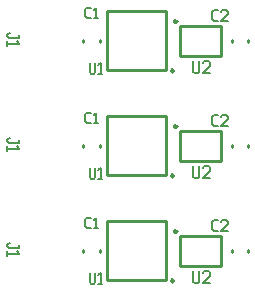
<source format=gbr>
G04 start of page 9 for group -4079 idx -4079 *
G04 Title: (unknown), topsilk *
G04 Creator: pcb 20140316 *
G04 CreationDate: Wed 28 Nov 2018 04:36:04 PM GMT UTC *
G04 For: railfan *
G04 Format: Gerber/RS-274X *
G04 PCB-Dimensions (mil): 900.00 970.00 *
G04 PCB-Coordinate-Origin: lower left *
%MOIN*%
%FSLAX25Y25*%
%LNTOPSILK*%
%ADD40C,0.0080*%
%ADD39C,0.0100*%
G54D39*X39157Y73657D02*X58843D01*
X39157Y93343D02*Y73657D01*
Y93343D02*X58843D01*
Y73657D01*
X61500Y73500D02*G75*G03X61500Y73500I-500J0D01*G01*
X63610Y88421D02*X77390D01*
Y78579D01*
X63610D01*
Y88421D01*
X61610Y89921D02*G75*G03X61610Y89921I500J0D01*G01*
X80745Y83893D02*Y83107D01*
X86255Y83893D02*Y83107D01*
X39157Y38657D02*X58843D01*
X39157Y58343D02*Y38657D01*
Y58343D02*X58843D01*
Y38657D01*
X61500Y38500D02*G75*G03X61500Y38500I-500J0D01*G01*
X63610Y53421D02*X77390D01*
Y43579D01*
X63610D01*
Y53421D01*
X61610Y54921D02*G75*G03X61610Y54921I500J0D01*G01*
X80745Y48893D02*Y48107D01*
X86255Y48893D02*Y48107D01*
X31245Y83893D02*Y83107D01*
X36755Y83893D02*Y83107D01*
X31245Y48893D02*Y48107D01*
X36755Y48893D02*Y48107D01*
X39157Y3657D02*X58843D01*
X39157Y23343D02*Y3657D01*
Y23343D02*X58843D01*
Y3657D01*
X61500Y3500D02*G75*G03X61500Y3500I-500J0D01*G01*
X63610Y18421D02*X77390D01*
Y8579D01*
X63610D01*
Y18421D01*
X61610Y19921D02*G75*G03X61610Y19921I500J0D01*G01*
X80745Y13893D02*Y13107D01*
X86255Y13893D02*Y13107D01*
X31245Y13893D02*Y13107D01*
X36755Y13893D02*Y13107D01*
G54D40*X67976Y76744D02*Y73244D01*
X68476Y72744D01*
X69476D01*
X69976Y73244D01*
Y76744D02*Y73244D01*
X71176Y76244D02*X71676Y76744D01*
X73176D01*
X73676Y76244D01*
Y75244D01*
X71176Y72744D02*X73676Y75244D01*
X71176Y72744D02*X73676D01*
X74937Y90107D02*X76107D01*
X74307Y90737D02*X74937Y90107D01*
X74307Y93077D02*Y90737D01*
Y93077D02*X74937Y93707D01*
X76107D01*
X77187Y93257D02*X77637Y93707D01*
X78987D01*
X79437Y93257D01*
Y92357D01*
X77187Y90107D02*X79437Y92357D01*
X77187Y90107D02*X79437D01*
X33500Y41100D02*Y37950D01*
X33950Y37500D01*
X34850D01*
X35300Y37950D01*
Y41100D02*Y37950D01*
X36380Y40380D02*X37100Y41100D01*
Y37500D01*
X36380D02*X37730D01*
X67976Y41744D02*Y38244D01*
X68476Y37744D01*
X69476D01*
X69976Y38244D01*
Y41744D02*Y38244D01*
X71176Y41244D02*X71676Y41744D01*
X73176D01*
X73676Y41244D01*
Y40244D01*
X71176Y37744D02*X73676Y40244D01*
X71176Y37744D02*X73676D01*
X74937Y55107D02*X76107D01*
X74307Y55737D02*X74937Y55107D01*
X74307Y58077D02*Y55737D01*
Y58077D02*X74937Y58707D01*
X76107D01*
X77187Y58257D02*X77637Y58707D01*
X78987D01*
X79437Y58257D01*
Y57357D01*
X77187Y55107D02*X79437Y57357D01*
X77187Y55107D02*X79437D01*
X10000Y85300D02*Y84500D01*
X6500D02*X10000D01*
X6000Y85000D02*X6500Y84500D01*
X6000Y85500D02*Y85000D01*
X6500Y86000D02*X6000Y85500D01*
X6500Y86000D02*X7000D01*
X9200Y83300D02*X10000Y82500D01*
X6000D02*X10000D01*
X6000Y83300D02*Y81800D01*
X33500Y76100D02*Y72950D01*
X33950Y72500D01*
X34850D01*
X35300Y72950D01*
Y76100D02*Y72950D01*
X36380Y75380D02*X37100Y76100D01*
Y72500D01*
X36380D02*X37730D01*
X32630Y91000D02*X33800D01*
X32000Y91630D02*X32630Y91000D01*
X32000Y93970D02*Y91630D01*
Y93970D02*X32630Y94600D01*
X33800D01*
X34880Y93880D02*X35600Y94600D01*
Y91000D01*
X34880D02*X36230D01*
X10000Y50300D02*Y49500D01*
X6500D02*X10000D01*
X6000Y50000D02*X6500Y49500D01*
X6000Y50500D02*Y50000D01*
X6500Y51000D02*X6000Y50500D01*
X6500Y51000D02*X7000D01*
X9200Y48300D02*X10000Y47500D01*
X6000D02*X10000D01*
X6000Y48300D02*Y46800D01*
X32630Y56000D02*X33800D01*
X32000Y56630D02*X32630Y56000D01*
X32000Y58970D02*Y56630D01*
Y58970D02*X32630Y59600D01*
X33800D01*
X34880Y58880D02*X35600Y59600D01*
Y56000D01*
X34880D02*X36230D01*
X10000Y15300D02*Y14500D01*
X6500D02*X10000D01*
X6000Y15000D02*X6500Y14500D01*
X6000Y15500D02*Y15000D01*
X6500Y16000D02*X6000Y15500D01*
X6500Y16000D02*X7000D01*
X9200Y13300D02*X10000Y12500D01*
X6000D02*X10000D01*
X6000Y13300D02*Y11800D01*
X33500Y6100D02*Y2950D01*
X33950Y2500D01*
X34850D01*
X35300Y2950D01*
Y6100D02*Y2950D01*
X36380Y5380D02*X37100Y6100D01*
Y2500D01*
X36380D02*X37730D01*
X67976Y6744D02*Y3244D01*
X68476Y2744D01*
X69476D01*
X69976Y3244D01*
Y6744D02*Y3244D01*
X71176Y6244D02*X71676Y6744D01*
X73176D01*
X73676Y6244D01*
Y5244D01*
X71176Y2744D02*X73676Y5244D01*
X71176Y2744D02*X73676D01*
X74937Y20107D02*X76107D01*
X74307Y20737D02*X74937Y20107D01*
X74307Y23077D02*Y20737D01*
Y23077D02*X74937Y23707D01*
X76107D01*
X77187Y23257D02*X77637Y23707D01*
X78987D01*
X79437Y23257D01*
Y22357D01*
X77187Y20107D02*X79437Y22357D01*
X77187Y20107D02*X79437D01*
X32630Y21000D02*X33800D01*
X32000Y21630D02*X32630Y21000D01*
X32000Y23970D02*Y21630D01*
Y23970D02*X32630Y24600D01*
X33800D01*
X34880Y23880D02*X35600Y24600D01*
Y21000D01*
X34880D02*X36230D01*
M02*

</source>
